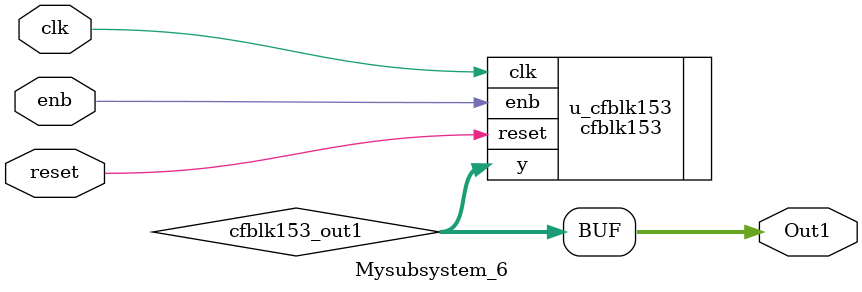
<source format=v>



`timescale 1 ns / 1 ns

module Mysubsystem_6
          (clk,
           reset,
           enb,
           Out1);


  input   clk;
  input   reset;
  input   enb;
  output  [7:0] Out1;  // uint8


  wire [7:0] cfblk153_out1;  // uint8


  cfblk153 u_cfblk153 (.clk(clk),
                       .reset(reset),
                       .enb(enb),
                       .y(cfblk153_out1)  // uint8
                       );

  assign Out1 = cfblk153_out1;

endmodule  // Mysubsystem_6


</source>
